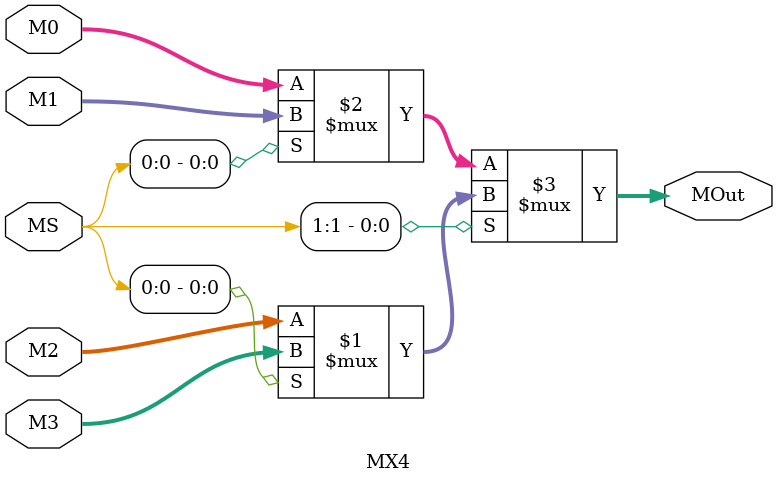
<source format=v>
`timescale 1ns / 1ps
/*
    MUX Module: 4 to 1
    Used for the ALUIn1
*/
module MX4 #(parameter BL = 32)
           (input [1:0] MS,
            input [BL-1:0] M0, M1, M2, M3,
            output [BL-1:0] MOut);
            
// 4x1 Assignment:
assign MOut = MS[1] ? (MS[0] ? M3:M2):(MS[0] ? M1:M0);

endmodule

</source>
